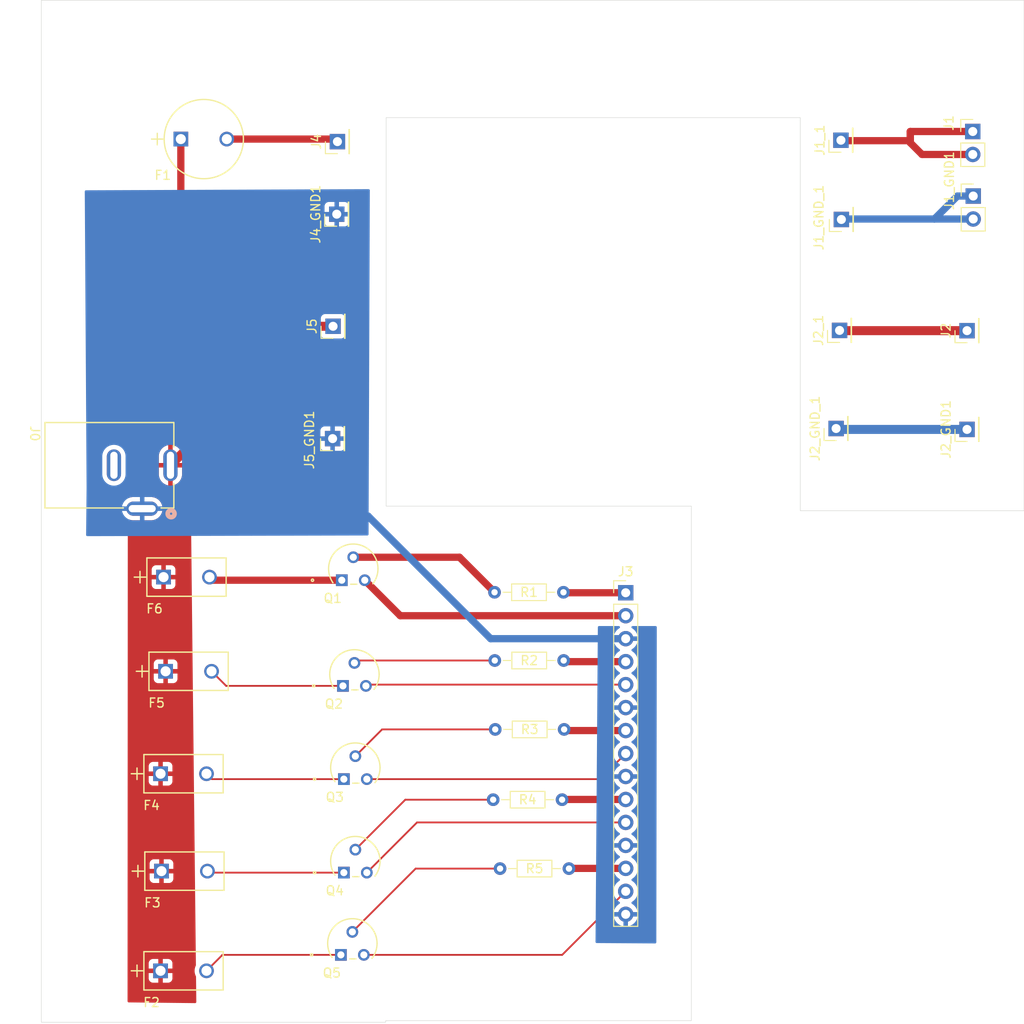
<source format=kicad_pcb>
(kicad_pcb (version 20241229) (generator "pcbnew") (generator_version "9.0")
  (layers (0 "F.Cu" signal) (2 "B.Cu" signal) (13 "F.Paste" user) (15 "B.Paste" user) (5 "F.SilkS" user "F.Silkscreen") (7 "B.SilkS" user "B.Silkscreen") (1 "F.Mask" user) (3 "B.Mask" user) (25 "Edge.Cuts" user))
  (net 0 "")
  (net 1 "+12V")
  (net 2 "Net-(J4-Pin_1)")
  (net 3 "Net-(Q5-C)")
  (net 4 "Net-(Q4-C)")
  (net 5 "Net-(Q3-C)")
  (net 6 "Net-(Q2-C)")
  (net 7 "Net-(Q1-C)")
  (net 8 "GND")
  (net 10 "Net-(J1-Pin_1)")
  (net 11 "Net-(J1_GND1-Pin_1)")
  (net 12 "Net-(J2-Pin_1)")
  (net 13 "Net-(J2_GND1-Pin_1)")
  (net 14 "Net-(J3-Pin_2)")
  (net 15 "Net-(J3-Pin_1)")
  (net 16 "Net-(J3-Pin_10)")
  (net 17 "Net-(J3-Pin_7)")
  (net 18 "Net-(J3-Pin_4)")
  (net 19 "Net-(J3-Pin_13)")
  (net 20 "Net-(J3-Pin_14)")
  (net 21 "Net-(J3-Pin_8)")
  (net 22 "Net-(J3-Pin_5)")
  (net 23 "Net-(J3-Pin_11)")
  (net 24 "Net-(Q1-B)")
  (net 25 "Net-(Q2-B)")
  (net 26 "Net-(Q3-B)")
  (net 27 "Net-(Q4-B)")
  (net 28 "Net-(Q5-B)")
  (footprint "Connector_PinHeader_2.54mm:PinHeader_1x01_P2.54mm_Vertical" (layer "F.Cu") (at 67.6656 79.0194 90)
    (property "Reference" "J5" (at 0 -2.33 90) (layer "F.SilkS"))
    (property "Value" "Conn_01x01_Pin")
    (fp_line (start -1.33 -1.33) (end 0 -1.33) (stroke (width 0.12)) (layer "F.SilkS"))
    (fp_line (start -1.33 0) (end -1.33 -1.33) (stroke (width 0.12)) (layer "F.SilkS"))
    (fp_line (start 1.33 1.27) (end 1.33 1.33) (stroke (width 0.12)) (layer "F.SilkS"))
    (fp_line (start -1.33 1.27) (end 1.33 1.27) (stroke (width 0.12)) (layer "F.SilkS"))
    (fp_line (start -1.33 1.27) (end -1.33 1.33) (stroke (width 0.12)) (layer "F.SilkS"))
    (fp_line (start -1.33 1.33) (end 1.33 1.33) (stroke (width 0.12)) (layer "F.SilkS"))
    (pad "1" thru_hole rect (at 0 0 90) (size 1.7 1.7) (drill 1) (layers "*.Cu" "*.Mask") (net 1 "+12V"))
  )
  (footprint "Imported Footprints:CONN3_54-00166_TEN" (layer "F.Cu") (at 49.684 94.3864 -90)
    (property "Reference" "J0" (at -3.5 15 270) (layer "F.SilkS"))
    (property "Value" "54-00166")
    (fp_line (start -4.7244 13.87699) (end -4.7244 -0.37701) (stroke (width 0.1524)) (layer "F.SilkS"))
    (fp_line (start 4.7244 13.87699) (end -4.7244 13.87699) (stroke (width 0.1524)) (layer "F.SilkS"))
    (fp_line (start 4.7244 5.207788) (end 4.7244 13.87699) (stroke (width 0.1524)) (layer "F.SilkS"))
    (fp_line (start -4.7244 -0.37701) (end -2.019988 -0.37701) (stroke (width 0.1524)) (layer "F.SilkS"))
    (fp_line (start 2.019988 -0.37701) (end 4.7244 -0.37701) (stroke (width 0.1524)) (layer "F.SilkS"))
    (fp_line (start 4.7244 -0.37701) (end 4.7244 1.042216) (stroke (width 0.1524)) (layer "F.SilkS"))
    (fp_circle (center 5.3594 -0.07301) (end 5.7404 -0.07301) (stroke (width 0.508)) (fill no) (layer "B.SilkS"))
    (pad "1" thru_hole oval (at 0 0 270) (size 3.5052 1.5748) (drill oval 3 0.8) (layers "*.Cu" "*.Mask") (net 1 "+12V"))
    (pad "2" thru_hole oval (at 0 6.25 270) (size 3.5052 1.5748) (drill oval 3 0.8) (layers "*.Cu" "*.Mask"))
    (pad "3" thru_hole oval (at 4.800001 3.125002 270) (size 1.5748 3.5052) (drill oval 0.8 3) (layers "*.Cu" "*.Mask") (net 8 "GND"))
  )
  (footprint "Imported Footprints:NPN_transistor" (layer "F.Cu") (at 68.8594 139.4333)
    (property "Reference" "Q4" (at -1 2 0) (layer "F.SilkS"))
    (property "Value" "NPN")
    (fp_line (start 0.98044 0.4445) (end 1.666111 0.4445) (stroke (width 0.1524)) (layer "F.SilkS"))
    (fp_arc (start -0.980441 0.276333) (mid 0.460432 -3.877725) (end 4.0005 -1.27) (stroke (width 0.1524)) (layer "F.SilkS"))
    (fp_arc (start 4.0005 -1.269998) (mid 3.856997 -0.396457) (end 3.441573 0.385265) (stroke (width 0.1524)) (layer "F.SilkS"))
    (fp_circle (center -3.2385 0) (end -3.1115 0) (stroke (width 0.1524)) (fill no) (layer "F.SilkS"))
    (pad "1" thru_hole rect (at 0 0) (size 1.2954 1.2954) (drill 0.7874) (layers "*.Cu" "*.Mask") (net 4 "Net-(Q4-C)"))
    (pad "2" thru_hole circle (at 1.27 -2.54) (size 1.2954 1.2954) (drill 0.7874) (layers "*.Cu" "*.Mask") (net 27 "Net-(Q4-B)"))
    (pad "3" thru_hole circle (at 2.54 0) (size 1.2954 1.2954) (drill 0.7874) (layers "*.Cu" "*.Mask") (net 23 "Net-(J3-Pin_11)"))
  )
  (footprint "Imported Footprints:FUS_LITTELFUSE_370_LTF_250mA" (layer "F.Cu") (at 50.83175 58.3184)
    (property "Reference" "F1" (at -2 4 0) (layer "F.SilkS"))
    (property "Value" "250mA Fuse")
    (fp_line (start -3.2385 0) (end -1.9685 0) (stroke (width 0.1524)) (layer "F.SilkS"))
    (fp_line (start -2.6035 -0.635) (end -2.6035 0.635) (stroke (width 0.1524)) (layer "F.SilkS"))
    (fp_circle (center 2.54 0) (end 6.9215 0) (stroke (width 0.1524)) (fill no) (layer "F.SilkS"))
    (pad "1" thru_hole rect (at 0 0) (size 1.6256 1.6256) (drill 1.1176) (layers "*.Cu" "*.Mask") (net 1 "+12V"))
    (pad "2" thru_hole circle (at 5.08 0) (size 1.6256 1.6256) (drill 1.1176) (layers "*.Cu" "*.Mask") (net 2 "Net-(J4-Pin_1)"))
  )
  (footprint "Imported Footprints:NPN_transistor" (layer "F.Cu") (at 68.7578 118.7831)
    (property "Reference" "Q2" (at -1 2 0) (layer "F.SilkS"))
    (property "Value" "NPN")
    (fp_line (start 0.98044 0.4445) (end 1.666111 0.4445) (stroke (width 0.1524)) (layer "F.SilkS"))
    (fp_arc (start -0.980441 0.276333) (mid 0.460432 -3.877725) (end 4.0005 -1.27) (stroke (width 0.1524)) (layer "F.SilkS"))
    (fp_arc (start 4.0005 -1.269998) (mid 3.856997 -0.396457) (end 3.441573 0.385265) (stroke (width 0.1524)) (layer "F.SilkS"))
    (fp_circle (center -3.2385 0) (end -3.1115 0) (stroke (width 0.1524)) (fill no) (layer "F.SilkS"))
    (pad "1" thru_hole rect (at 0 0) (size 1.2954 1.2954) (drill 0.7874) (layers "*.Cu" "*.Mask") (net 6 "Net-(Q2-C)"))
    (pad "2" thru_hole circle (at 1.27 -2.54) (size 1.2954 1.2954) (drill 0.7874) (layers "*.Cu" "*.Mask") (net 25 "Net-(Q2-B)"))
    (pad "3" thru_hole circle (at 2.54 0) (size 1.2954 1.2954) (drill 0.7874) (layers "*.Cu" "*.Mask") (net 22 "Net-(J3-Pin_5)"))
  )
  (footprint "Imported Footprints:FUS_LITTELFUSE_396_LTF_100mA" (layer "F.Cu") (at 48.5902 150.2918)
    (property "Reference" "F2" (at -1 3.5 0) (layer "F.SilkS"))
    (property "Value" "100mA Fuse")
    (fp_line (start -3.2385 0) (end -1.9685 0) (stroke (width 0.1524)) (layer "F.SilkS"))
    (fp_line (start -2.6035 -0.635) (end -2.6035 0.635) (stroke (width 0.1524)) (layer "F.SilkS"))
    (fp_line (start -1.8415 -2.1209) (end -1.8415 2.1209) (stroke (width 0.1524)) (layer "F.SilkS"))
    (fp_line (start 6.9215 -2.1209) (end -1.8415 -2.1209) (stroke (width 0.1524)) (layer "F.SilkS"))
    (fp_line (start 6.9215 -2.1209) (end 6.9215 2.1209) (stroke (width 0.1524)) (layer "F.SilkS"))
    (fp_line (start 6.9215 2.1209) (end -1.8415 2.1209) (stroke (width 0.1524)) (layer "F.SilkS"))
    (pad "1" thru_hole rect (at 0 0) (size 1.6256 1.6256) (drill 1.1176) (layers "*.Cu" "*.Mask") (net 1 "+12V"))
    (pad "2" thru_hole circle (at 5.08 0) (size 1.6256 1.6256) (drill 1.1176) (layers "*.Cu" "*.Mask") (net 3 "Net-(Q5-C)"))
  )
  (footprint "Imported Footprints:FUS_LITTELFUSE_396_LTF_100mA" (layer "F.Cu") (at 48.5902 128.4986)
    (property "Reference" "F4" (at -1 3.5 0) (layer "F.SilkS"))
    (property "Value" "100mA Fuse")
    (fp_line (start -3.2385 0) (end -1.9685 0) (stroke (width 0.1524)) (layer "F.SilkS"))
    (fp_line (start -2.6035 -0.635) (end -2.6035 0.635) (stroke (width 0.1524)) (layer "F.SilkS"))
    (fp_line (start -1.8415 -2.1209) (end -1.8415 2.1209) (stroke (width 0.1524)) (layer "F.SilkS"))
    (fp_line (start 6.9215 -2.1209) (end -1.8415 -2.1209) (stroke (width 0.1524)) (layer "F.SilkS"))
    (fp_line (start 6.9215 -2.1209) (end 6.9215 2.1209) (stroke (width 0.1524)) (layer "F.SilkS"))
    (fp_line (start 6.9215 2.1209) (end -1.8415 2.1209) (stroke (width 0.1524)) (layer "F.SilkS"))
    (pad "1" thru_hole rect (at 0 0) (size 1.6256 1.6256) (drill 1.1176) (layers "*.Cu" "*.Mask") (net 1 "+12V"))
    (pad "2" thru_hole circle (at 5.08 0) (size 1.6256 1.6256) (drill 1.1176) (layers "*.Cu" "*.Mask") (net 5 "Net-(Q3-C)"))
  )
  (footprint "Connector_PinHeader_2.54mm:PinHeader_1x01_P2.54mm_Vertical" (layer "F.Cu") (at 123.8758 67.2084 90)
    (property "Reference" "J1_GND_1" (at 0.2032 -2.4892 90) (layer "F.SilkS"))
    (property "Value" "Conn_01x01_Pin")
    (fp_line (start -1.33 -1.33) (end 0 -1.33) (stroke (width 0.12)) (layer "F.SilkS"))
    (fp_line (start -1.33 0) (end -1.33 -1.33) (stroke (width 0.12)) (layer "F.SilkS"))
    (fp_line (start 1.33 1.27) (end 1.33 1.33) (stroke (width 0.12)) (layer "F.SilkS"))
    (fp_line (start -1.33 1.27) (end 1.33 1.27) (stroke (width 0.12)) (layer "F.SilkS"))
    (fp_line (start -1.33 1.27) (end -1.33 1.33) (stroke (width 0.12)) (layer "F.SilkS"))
    (fp_line (start -1.33 1.33) (end 1.33 1.33) (stroke (width 0.12)) (layer "F.SilkS"))
    (pad "1" thru_hole rect (at 0 0 90) (size 1.7 1.7) (drill 1) (layers "*.Cu" "*.Mask") (net 11 "Net-(J1_GND1-Pin_1)"))
  )
  (footprint "Connector_PinHeader_2.54mm:PinHeader_1x15_P2.54mm_Vertical" (layer "F.Cu") (at 100.0252 108.4834)
    (property "Reference" "J3" (at 0 -2.33 0) (layer "F.SilkS"))
    (property "Value" "Conn_01x15_Pin")
    (fp_line (start -1.33 -1.33) (end 0 -1.33) (stroke (width 0.12)) (layer "F.SilkS"))
    (fp_line (start -1.33 0) (end -1.33 -1.33) (stroke (width 0.12)) (layer "F.SilkS"))
    (fp_line (start -1.33 1.27) (end -1.33 36.89) (stroke (width 0.12)) (layer "F.SilkS"))
    (fp_line (start -1.33 1.27) (end 1.33 1.27) (stroke (width 0.12)) (layer "F.SilkS"))
    (fp_line (start -1.33 36.89) (end 1.33 36.89) (stroke (width 0.12)) (layer "F.SilkS"))
    (fp_line (start 1.33 1.27) (end 1.33 36.89) (stroke (width 0.12)) (layer "F.SilkS"))
    (pad "1" thru_hole rect (at 0 0) (size 1.7 1.7) (drill 1) (layers "*.Cu" "*.Mask") (net 15 "Net-(J3-Pin_1)"))
    (pad "2" thru_hole oval (at 0 2.54) (size 1.7 1.7) (drill 1) (layers "*.Cu" "*.Mask") (net 14 "Net-(J3-Pin_2)"))
    (pad "3" thru_hole oval (at 0 5.08) (size 1.7 1.7) (drill 1) (layers "*.Cu" "*.Mask") (net 8 "GND"))
    (pad "4" thru_hole oval (at 0 7.62) (size 1.7 1.7) (drill 1) (layers "*.Cu" "*.Mask") (net 18 "Net-(J3-Pin_4)"))
    (pad "5" thru_hole oval (at 0 10.16) (size 1.7 1.7) (drill 1) (layers "*.Cu" "*.Mask") (net 22 "Net-(J3-Pin_5)"))
    (pad "6" thru_hole oval (at 0 12.7) (size 1.7 1.7) (drill 1) (layers "*.Cu" "*.Mask") (net 8 "GND"))
    (pad "7" thru_hole oval (at 0 15.24) (size 1.7 1.7) (drill 1) (layers "*.Cu" "*.Mask") (net 17 "Net-(J3-Pin_7)"))
    (pad "8" thru_hole oval (at 0 17.78) (size 1.7 1.7) (drill 1) (layers "*.Cu" "*.Mask") (net 21 "Net-(J3-Pin_8)"))
    (pad "9" thru_hole oval (at 0 20.32) (size 1.7 1.7) (drill 1) (layers "*.Cu" "*.Mask") (net 8 "GND"))
    (pad "10" thru_hole oval (at 0 22.86) (size 1.7 1.7) (drill 1) (layers "*.Cu" "*.Mask") (net 16 "Net-(J3-Pin_10)"))
    (pad "11" thru_hole oval (at 0 25.4) (size 1.7 1.7) (drill 1) (layers "*.Cu" "*.Mask") (net 23 "Net-(J3-Pin_11)"))
    (pad "12" thru_hole oval (at 0 27.94) (size 1.7 1.7) (drill 1) (layers "*.Cu" "*.Mask") (net 8 "GND"))
    (pad "13" thru_hole oval (at 0 30.48) (size 1.7 1.7) (drill 1) (layers "*.Cu" "*.Mask") (net 19 "Net-(J3-Pin_13)"))
    (pad "14" thru_hole oval (at 0 33.02) (size 1.7 1.7) (drill 1) (layers "*.Cu" "*.Mask") (net 20 "Net-(J3-Pin_14)"))
    (pad "15" thru_hole oval (at 0 35.56) (size 1.7 1.7) (drill 1) (layers "*.Cu" "*.Mask") (net 8 "GND"))
  )
  (footprint "Connector_PinHeader_2.54mm:PinHeader_1x02_P2.54mm_Vertical" (layer "F.Cu") (at 138.4046 57.4802)
    (property "Reference" "J1" (at -2.6416 -0.9398 90) (layer "F.SilkS"))
    (property "Value" "Conn_01x02_Pin")
    (fp_line (start -1.33 -1.33) (end 0 -1.33) (stroke (width 0.12)) (layer "F.SilkS"))
    (fp_line (start -1.33 0) (end -1.33 -1.33) (stroke (width 0.12)) (layer "F.SilkS"))
    (fp_line (start -1.33 1.27) (end -1.33 3.87) (stroke (width 0.12)) (layer "F.SilkS"))
    (fp_line (start -1.33 1.27) (end 1.33 1.27) (stroke (width 0.12)) (layer "F.SilkS"))
    (fp_line (start -1.33 3.87) (end 1.33 3.87) (stroke (width 0.12)) (layer "F.SilkS"))
    (fp_line (start 1.33 1.27) (end 1.33 3.87) (stroke (width 0.12)) (layer "F.SilkS"))
    (pad "1" thru_hole rect (at 0 0) (size 1.7 1.7) (drill 1) (layers "*.Cu" "*.Mask") (net 10 "Net-(J1-Pin_1)"))
    (pad "2" thru_hole oval (at 0 2.54) (size 1.7 1.7) (drill 1) (layers "*.Cu" "*.Mask") (net 10 "Net-(J1-Pin_1)"))
  )
  (footprint "Connector_PinHeader_2.54mm:PinHeader_1x01_P2.54mm_Vertical" (layer "F.Cu") (at 67.6148 91.44 90)
    (property "Reference" "J5_GND1" (at -0.1524 -2.5654 90) (layer "F.SilkS"))
    (property "Value" "Conn_01x01_Pin")
    (fp_line (start -1.33 -1.33) (end 0 -1.33) (stroke (width 0.12)) (layer "F.SilkS"))
    (fp_line (start -1.33 0) (end -1.33 -1.33) (stroke (width 0.12)) (layer "F.SilkS"))
    (fp_line (start 1.33 1.27) (end 1.33 1.33) (stroke (width 0.12)) (layer "F.SilkS"))
    (fp_line (start -1.33 1.27) (end 1.33 1.27) (stroke (width 0.12)) (layer "F.SilkS"))
    (fp_line (start -1.33 1.27) (end -1.33 1.33) (stroke (width 0.12)) (layer "F.SilkS"))
    (fp_line (start -1.33 1.33) (end 1.33 1.33) (stroke (width 0.12)) (layer "F.SilkS"))
    (pad "1" thru_hole rect (at 0 0 90) (size 1.7 1.7) (drill 1) (layers "*.Cu" "*.Mask") (net 8 "GND"))
  )
  (footprint "Connector_PinHeader_2.54mm:PinHeader_1x01_P2.54mm_Vertical" (layer "F.Cu") (at 137.7696 90.424 90)
    (property "Reference" "J2_GND1" (at 0 -2.33 90) (layer "F.SilkS"))
    (property "Value" "Conn_01x01_Pin")
    (fp_line (start -1.33 -1.33) (end 0 -1.33) (stroke (width 0.12)) (layer "F.SilkS"))
    (fp_line (start -1.33 0) (end -1.33 -1.33) (stroke (width 0.12)) (layer "F.SilkS"))
    (fp_line (start 1.33 1.27) (end 1.33 1.33) (stroke (width 0.12)) (layer "F.SilkS"))
    (fp_line (start -1.33 1.27) (end 1.33 1.27) (stroke (width 0.12)) (layer "F.SilkS"))
    (fp_line (start -1.33 1.27) (end -1.33 1.33) (stroke (width 0.12)) (layer "F.SilkS"))
    (fp_line (start -1.33 1.33) (end 1.33 1.33) (stroke (width 0.12)) (layer "F.SilkS"))
    (pad "1" thru_hole rect (at 0 0 90) (size 1.7 1.7) (drill 1) (layers "*.Cu" "*.Mask") (net 13 "Net-(J2_GND1-Pin_1)"))
  )
  (footprint "Imported Footprints:FUS_LITTELFUSE_396_LTF_100mA" (layer "F.Cu") (at 49.149 117.1702)
    (property "Reference" "F5" (at -1 3.5 0) (layer "F.SilkS"))
    (property "Value" "100mA Fuse")
    (fp_line (start -3.2385 0) (end -1.9685 0) (stroke (width 0.1524)) (layer "F.SilkS"))
    (fp_line (start -2.6035 -0.635) (end -2.6035 0.635) (stroke (width 0.1524)) (layer "F.SilkS"))
    (fp_line (start -1.8415 -2.1209) (end -1.8415 2.1209) (stroke (width 0.1524)) (layer "F.SilkS"))
    (fp_line (start 6.9215 -2.1209) (end -1.8415 -2.1209) (stroke (width 0.1524)) (layer "F.SilkS"))
    (fp_line (start 6.9215 -2.1209) (end 6.9215 2.1209) (stroke (width 0.1524)) (layer "F.SilkS"))
    (fp_line (start 6.9215 2.1209) (end -1.8415 2.1209) (stroke (width 0.1524)) (layer "F.SilkS"))
    (pad "1" thru_hole rect (at 0 0) (size 1.6256 1.6256) (drill 1.1176) (layers "*.Cu" "*.Mask") (net 1 "+12V"))
    (pad "2" thru_hole circle (at 5.08 0) (size 1.6256 1.6256) (drill 1.1176) (layers "*.Cu" "*.Mask") (net 6 "Net-(Q2-C)"))
  )
  (footprint "Imported Footprints:FUS_LITTELFUSE_396_LTF_100mA" (layer "F.Cu") (at 48.6918 139.2682)
    (property "Reference" "F3" (at -1 3.5 0) (layer "F.SilkS"))
    (property "Value" "100mA Fuse")
    (fp_line (start -3.2385 0) (end -1.9685 0) (stroke (width 0.1524)) (layer "F.SilkS"))
    (fp_line (start -2.6035 -0.635) (end -2.6035 0.635) (stroke (width 0.1524)) (layer "F.SilkS"))
    (fp_line (start -1.8415 -2.1209) (end -1.8415 2.1209) (stroke (width 0.1524)) (layer "F.SilkS"))
    (fp_line (start 6.9215 -2.1209) (end -1.8415 -2.1209) (stroke (width 0.1524)) (layer "F.SilkS"))
    (fp_line (start 6.9215 -2.1209) (end 6.9215 2.1209) (stroke (width 0.1524)) (layer "F.SilkS"))
    (fp_line (start 6.9215 2.1209) (end -1.8415 2.1209) (stroke (width 0.1524)) (layer "F.SilkS"))
    (pad "1" thru_hole rect (at 0 0) (size 1.6256 1.6256) (drill 1.1176) (layers "*.Cu" "*.Mask") (net 1 "+12V"))
    (pad "2" thru_hole circle (at 5.08 0) (size 1.6256 1.6256) (drill 1.1176) (layers "*.Cu" "*.Mask") (net 4 "Net-(Q4-C)"))
  )
  (footprint "Connector_PinHeader_2.54mm:PinHeader_1x01_P2.54mm_Vertical" (layer "F.Cu") (at 123.2916 90.3224 90)
    (property "Reference" "J2_GND_1" (at 0 -2.33 90) (layer "F.SilkS"))
    (property "Value" "Conn_01x01_Pin")
    (fp_line (start -1.33 -1.33) (end 0 -1.33) (stroke (width 0.12)) (layer "F.SilkS"))
    (fp_line (start -1.33 0) (end -1.33 -1.33) (stroke (width 0.12)) (layer "F.SilkS"))
    (fp_line (start 1.33 1.27) (end 1.33 1.33) (stroke (width 0.12)) (layer "F.SilkS"))
    (fp_line (start -1.33 1.27) (end 1.33 1.27) (stroke (width 0.12)) (layer "F.SilkS"))
    (fp_line (start -1.33 1.27) (end -1.33 1.33) (stroke (width 0.12)) (layer "F.SilkS"))
    (fp_line (start -1.33 1.33) (end 1.33 1.33) (stroke (width 0.12)) (layer "F.SilkS"))
    (pad "1" thru_hole rect (at 0 0 90) (size 1.7 1.7) (drill 1) (layers "*.Cu" "*.Mask") (net 13 "Net-(J2_GND1-Pin_1)"))
  )
  (footprint "Connector_PinHeader_2.54mm:PinHeader_1x01_P2.54mm_Vertical" (layer "F.Cu") (at 68.072 66.6242 90)
    (property "Reference" "J4_GND1" (at 0 -2.33 90) (layer "F.SilkS"))
    (property "Value" "Conn_01x01_Pin")
    (fp_line (start -1.33 -1.33) (end 0 -1.33) (stroke (width 0.12)) (layer "F.SilkS"))
    (fp_line (start -1.33 0) (end -1.33 -1.33) (stroke (width 0.12)) (layer "F.SilkS"))
    (fp_line (start 1.33 1.27) (end 1.33 1.33) (stroke (width 0.12)) (layer "F.SilkS"))
    (fp_line (start -1.33 1.27) (end 1.33 1.27) (stroke (width 0.12)) (layer "F.SilkS"))
    (fp_line (start -1.33 1.27) (end -1.33 1.33) (stroke (width 0.12)) (layer "F.SilkS"))
    (fp_line (start -1.33 1.33) (end 1.33 1.33) (stroke (width 0.12)) (layer "F.SilkS"))
    (pad "1" thru_hole rect (at 0 0 90) (size 1.7 1.7) (drill 1) (layers "*.Cu" "*.Mask") (net 8 "GND"))
  )
  (footprint "Resistor_THT:R_Axial_DIN0204_L3.6mm_D1.6mm_P7.62mm_Horizontal" (layer "F.Cu") (at 92.9894 131.3688 180)
    (property "Reference" "R4" (at 3.81 0 0) (layer "F.SilkS"))
    (property "Value" "330")
    (fp_line (start 6.68 0) (end 5.73 0) (stroke (width 0.12)) (layer "F.SilkS"))
    (fp_line (start 5.73 0.92) (end 5.73 -0.92) (stroke (width 0.12)) (layer "F.SilkS"))
    (fp_line (start 5.73 -0.92) (end 1.89 -0.92) (stroke (width 0.12)) (layer "F.SilkS"))
    (fp_line (start 1.89 0.92) (end 5.73 0.92) (stroke (width 0.12)) (layer "F.SilkS"))
    (fp_line (start 1.89 -0.92) (end 1.89 0.92) (stroke (width 0.12)) (layer "F.SilkS"))
    (fp_line (start 0.94 0) (end 1.89 0) (stroke (width 0.12)) (layer "F.SilkS"))
    (pad "1" thru_hole circle (at 0 0 180) (size 1.4 1.4) (drill 0.7) (layers "*.Cu" "*.Mask") (net 16 "Net-(J3-Pin_10)"))
    (pad "2" thru_hole oval (at 7.62 0 180) (size 1.4 1.4) (drill 0.7) (layers "*.Cu" "*.Mask") (net 27 "Net-(Q4-B)"))
  )
  (footprint "Resistor_THT:R_Axial_DIN0204_L3.6mm_D1.6mm_P7.62mm_Horizontal" (layer "F.Cu") (at 85.598 123.5964)
    (property "Reference" "R3" (at 3.81 0 0) (layer "F.SilkS"))
    (property "Value" "330")
    (fp_line (start 0.94 0) (end 1.89 0) (stroke (width 0.12)) (layer "F.SilkS"))
    (fp_line (start 1.89 -0.92) (end 1.89 0.92) (stroke (width 0.12)) (layer "F.SilkS"))
    (fp_line (start 1.89 0.92) (end 5.73 0.92) (stroke (width 0.12)) (layer "F.SilkS"))
    (fp_line (start 5.73 -0.92) (end 1.89 -0.92) (stroke (width 0.12)) (layer "F.SilkS"))
    (fp_line (start 5.73 0.92) (end 5.73 -0.92) (stroke (width 0.12)) (layer "F.SilkS"))
    (fp_line (start 6.68 0) (end 5.73 0) (stroke (width 0.12)) (layer "F.SilkS"))
    (pad "1" thru_hole circle (at 0 0) (size 1.4 1.4) (drill 0.7) (layers "*.Cu" "*.Mask") (net 26 "Net-(Q3-B)"))
    (pad "2" thru_hole oval (at 7.62 0) (size 1.4 1.4) (drill 0.7) (layers "*.Cu" "*.Mask") (net 17 "Net-(J3-Pin_7)"))
  )
  (footprint "Connector_PinHeader_2.54mm:PinHeader_1x01_P2.54mm_Vertical" (layer "F.Cu") (at 68.1482 58.5978 90)
    (property "Reference" "J4" (at 0 -2.33 90) (layer "F.SilkS"))
    (property "Value" "Conn_01x01_Pin")
    (fp_line (start -1.33 -1.33) (end 0 -1.33) (stroke (width 0.12)) (layer "F.SilkS"))
    (fp_line (start -1.33 0) (end -1.33 -1.33) (stroke (width 0.12)) (layer "F.SilkS"))
    (fp_line (start 1.33 1.27) (end 1.33 1.33) (stroke (width 0.12)) (layer "F.SilkS"))
    (fp_line (start -1.33 1.27) (end 1.33 1.27) (stroke (width 0.12)) (layer "F.SilkS"))
    (fp_line (start -1.33 1.27) (end -1.33 1.33) (stroke (width 0.12)) (layer "F.SilkS"))
    (fp_line (start -1.33 1.33) (end 1.33 1.33) (stroke (width 0.12)) (layer "F.SilkS"))
    (pad "1" thru_hole rect (at 0 0 90) (size 1.7 1.7) (drill 1) (layers "*.Cu" "*.Mask") (net 2 "Net-(J4-Pin_1)"))
  )
  (footprint "Resistor_THT:R_Axial_DIN0204_L3.6mm_D1.6mm_P7.62mm_Horizontal" (layer "F.Cu") (at 85.5472 115.9764)
    (property "Reference" "R2" (at 3.81 0 0) (layer "F.SilkS"))
    (property "Value" "330")
    (fp_line (start 0.94 0) (end 1.89 0) (stroke (width 0.12)) (layer "F.SilkS"))
    (fp_line (start 1.89 -0.92) (end 1.89 0.92) (stroke (width 0.12)) (layer "F.SilkS"))
    (fp_line (start 1.89 0.92) (end 5.73 0.92) (stroke (width 0.12)) (layer "F.SilkS"))
    (fp_line (start 5.73 -0.92) (end 1.89 -0.92) (stroke (width 0.12)) (layer "F.SilkS"))
    (fp_line (start 5.73 0.92) (end 5.73 -0.92) (stroke (width 0.12)) (layer "F.SilkS"))
    (fp_line (start 6.68 0) (end 5.73 0) (stroke (width 0.12)) (layer "F.SilkS"))
    (pad "1" thru_hole circle (at 0 0) (size 1.4 1.4) (drill 0.7) (layers "*.Cu" "*.Mask") (net 25 "Net-(Q2-B)"))
    (pad "2" thru_hole oval (at 7.62 0) (size 1.4 1.4) (drill 0.7) (layers "*.Cu" "*.Mask") (net 18 "Net-(J3-Pin_4)"))
  )
  (footprint "Imported Footprints:NPN_transistor" (layer "F.Cu") (at 68.8594 129.0955)
    (property "Reference" "Q3" (at -1 2 0) (layer "F.SilkS"))
    (property "Value" "NPN")
    (fp_line (start 0.98044 0.4445) (end 1.666111 0.4445) (stroke (width 0.1524)) (layer "F.SilkS"))
    (fp_arc (start -0.980441 0.276333) (mid 0.460432 -3.877725) (end 4.0005 -1.27) (stroke (width 0.1524)) (layer "F.SilkS"))
    (fp_arc (start 4.0005 -1.269998) (mid 3.856997 -0.396457) (end 3.441573 0.385265) (stroke (width 0.1524)) (layer "F.SilkS"))
    (fp_circle (center -3.2385 0) (end -3.1115 0) (stroke (width 0.1524)) (fill no) (layer "F.SilkS"))
    (pad "1" thru_hole rect (at 0 0) (size 1.2954 1.2954) (drill 0.7874) (layers "*.Cu" "*.Mask") (net 5 "Net-(Q3-C)"))
    (pad "2" thru_hole circle (at 1.27 -2.54) (size 1.2954 1.2954) (drill 0.7874) (layers "*.Cu" "*.Mask") (net 26 "Net-(Q3-B)"))
    (pad "3" thru_hole circle (at 2.54 0) (size 1.2954 1.2954) (drill 0.7874) (layers "*.Cu" "*.Mask") (net 21 "Net-(J3-Pin_8)"))
  )
  (footprint "Connector_PinHeader_2.54mm:PinHeader_1x01_P2.54mm_Vertical" (layer "F.Cu") (at 123.825 58.4454 90)
    (property "Reference" "J1_1" (at 0 -2.33 90) (layer "F.SilkS"))
    (property "Value" "Conn_01x01_Pin")
    (fp_line (start -1.33 -1.33) (end 0 -1.33) (stroke (width 0.12)) (layer "F.SilkS"))
    (fp_line (start -1.33 0) (end -1.33 -1.33) (stroke (width 0.12)) (layer "F.SilkS"))
    (fp_line (start 1.33 1.27) (end 1.33 1.33) (stroke (width 0.12)) (layer "F.SilkS"))
    (fp_line (start -1.33 1.27) (end 1.33 1.27) (stroke (width 0.12)) (layer "F.SilkS"))
    (fp_line (start -1.33 1.27) (end -1.33 1.33) (stroke (width 0.12)) (layer "F.SilkS"))
    (fp_line (start -1.33 1.33) (end 1.33 1.33) (stroke (width 0.12)) (layer "F.SilkS"))
    (pad "1" thru_hole rect (at 0 0 90) (size 1.7 1.7) (drill 1) (layers "*.Cu" "*.Mask") (net 10 "Net-(J1-Pin_1)"))
  )
  (footprint "Connector_PinHeader_2.54mm:PinHeader_1x01_P2.54mm_Vertical" (layer "F.Cu") (at 137.7696 79.502 90)
    (property "Reference" "J2" (at 0 -2.33 90) (layer "F.SilkS"))
    (property "Value" "Conn_01x01_Pin")
    (fp_line (start -1.33 -1.33) (end 0 -1.33) (stroke (width 0.12)) (layer "F.SilkS"))
    (fp_line (start -1.33 0) (end -1.33 -1.33) (stroke (width 0.12)) (layer "F.SilkS"))
    (fp_line (start 1.33 1.27) (end 1.33 1.33) (stroke (width 0.12)) (layer "F.SilkS"))
    (fp_line (start -1.33 1.27) (end 1.33 1.27) (stroke (width 0.12)) (layer "F.SilkS"))
    (fp_line (start -1.33 1.27) (end -1.33 1.33) (stroke (width 0.12)) (layer "F.SilkS"))
    (fp_line (start -1.33 1.33) (end 1.33 1.33) (stroke (width 0.12)) (layer "F.SilkS"))
    (pad "1" thru_hole rect (at 0 0 90) (size 1.7 1.7) (drill 1) (layers "*.Cu" "*.Mask") (net 12 "Net-(J2-Pin_1)"))
  )
  (footprint "Resistor_THT:R_Axial_DIN0204_L3.6mm_D1.6mm_P7.62mm_Horizontal" (layer "F.Cu") (at 86.1314 138.9888)
    (property "Reference" "R5" (at 3.81 0 0) (layer "F.SilkS"))
    (property "Value" "330")
    (fp_line (start 0.94 0) (end 1.89 0) (stroke (width 0.12)) (layer "F.SilkS"))
    (fp_line (start 1.89 -0.92) (end 1.89 0.92) (stroke (width 0.12)) (layer "F.SilkS"))
    (fp_line (start 1.89 0.92) (end 5.73 0.92) (stroke (width 0.12)) (layer "F.SilkS"))
    (fp_line (start 5.73 -0.92) (end 1.89 -0.92) (stroke (width 0.12)) (layer "F.SilkS"))
    (fp_line (start 5.73 0.92) (end 5.73 -0.92) (stroke (width 0.12)) (layer "F.SilkS"))
    (fp_line (start 6.68 0) (end 5.73 0) (stroke (width 0.12)) (layer "F.SilkS"))
    (pad "1" thru_hole circle (at 0 0) (size 1.4 1.4) (drill 0.7) (layers "*.Cu" "*.Mask") (net 28 "Net-(Q5-B)"))
    (pad "2" thru_hole oval (at 7.62 0) (size 1.4 1.4) (drill 0.7) (layers "*.Cu" "*.Mask") (net 19 "Net-(J3-Pin_13)"))
  )
  (footprint "Connector_PinHeader_2.54mm:PinHeader_1x02_P2.54mm_Vertical" (layer "F.Cu") (at 138.4554 64.6176)
    (property "Reference" "J1_GND1" (at -2.6416 -1.6968 90) (layer "F.SilkS"))
    (property "Value" "Conn_01x02_Pin")
    (fp_line (start -1.33 -1.33) (end 0 -1.33) (stroke (width 0.12)) (layer "F.SilkS"))
    (fp_line (start -1.33 0) (end -1.33 -1.33) (stroke (width 0.12)) (layer "F.SilkS"))
    (fp_line (start -1.33 1.27) (end -1.33 3.87) (stroke (width 0.12)) (layer "F.SilkS"))
    (fp_line (start -1.33 1.27) (end 1.33 1.27) (stroke (width 0.12)) (layer "F.SilkS"))
    (fp_line (start -1.33 3.87) (end 1.33 3.87) (stroke (width 0.12)) (layer "F.SilkS"))
    (fp_line (start 1.33 1.27) (end 1.33 3.87) (stroke (width 0.12)) (layer "F.SilkS"))
    (pad "1" thru_hole rect (at 0 0) (size 1.7 1.7) (drill 1) (layers "*.Cu" "*.Mask") (net 11 "Net-(J1_GND1-Pin_1)"))
    (pad "2" thru_hole oval (at 0 2.54) (size 1.7 1.7) (drill 1) (layers "*.Cu" "*.Mask") (net 11 "Net-(J1_GND1-Pin_1)"))
  )
  (footprint "Imported Footprints:NPN_transistor" (layer "F.Cu") (at 68.5292 148.5265)
    (property "Reference" "Q5" (at -1 2 0) (layer "F.SilkS"))
    (property "Value" "NPN")
    (fp_line (start 0.98044 0.4445) (end 1.666111 0.4445) (stroke (width 0.1524)) (layer "F.SilkS"))
    (fp_arc (start -0.980441 0.276333) (mid 0.460432 -3.877725) (end 4.0005 -1.27) (stroke (width 0.1524)) (layer "F.SilkS"))
    (fp_arc (start 4.0005 -1.269998) (mid 3.856997 -0.396457) (end 3.441573 0.385265) (stroke (width 0.1524)) (layer "F.SilkS"))
    (fp_circle (center -3.2385 0) (end -3.1115 0) (stroke (width 0.1524)) (fill no) (layer "F.SilkS"))
    (pad "1" thru_hole rect (at 0 0) (size 1.2954 1.2954) (drill 0.7874) (layers "*.Cu" "*.Mask") (net 3 "Net-(Q5-C)"))
    (pad "2" thru_hole circle (at 1.27 -2.54) (size 1.2954 1.2954) (drill 0.7874) (layers "*.Cu" "*.Mask") (net 28 "Net-(Q5-B)"))
    (pad "3" thru_hole circle (at 2.54 0) (size 1.2954 1.2954) (drill 0.7874) (layers "*.Cu" "*.Mask") (net 20 "Net-(J3-Pin_14)"))
  )
  (footprint "Resistor_THT:R_Axial_DIN0204_L3.6mm_D1.6mm_P7.62mm_Horizontal" (layer "F.Cu") (at 85.5218 108.4326)
    (property "Reference" "R1" (at 3.81 0 0) (layer "F.SilkS"))
    (property "Value" "330")
    (fp_line (start 0.94 0) (end 1.89 0) (stroke (width 0.12)) (layer "F.SilkS"))
    (fp_line (start 1.89 -0.92) (end 1.89 0.92) (stroke (width 0.12)) (layer "F.SilkS"))
    (fp_line (start 1.89 0.92) (end 5.73 0.92) (stroke (width 0.12)) (layer "F.SilkS"))
    (fp_line (start 5.73 -0.92) (end 1.89 -0.92) (stroke (width 0.12)) (layer "F.SilkS"))
    (fp_line (start 5.73 0.92) (end 5.73 -0.92) (stroke (width 0.12)) (layer "F.SilkS"))
    (fp_line (start 6.68 0) (end 5.73 0) (stroke (width 0.12)) (layer "F.SilkS"))
    (pad "1" thru_hole circle (at 0 0) (size 1.4 1.4) (drill 0.7) (layers "*.Cu" "*.Mask") (net 24 "Net-(Q1-B)"))
    (pad "2" thru_hole oval (at 7.62 0) (size 1.4 1.4) (drill 0.7) (layers "*.Cu" "*.Mask") (net 15 "Net-(J3-Pin_1)"))
  )
  (footprint "Imported Footprints:NPN_transistor" (layer "F.Cu") (at 68.6308 107.0991)
    (property "Reference" "Q1" (at -1 2 0) (layer "F.SilkS"))
    (property "Value" "NPN")
    (fp_line (start 0.98044 0.4445) (end 1.666111 0.4445) (stroke (width 0.1524)) (layer "F.SilkS"))
    (fp_arc (start -0.980441 0.276333) (mid 0.460432 -3.877725) (end 4.0005 -1.27) (stroke (width 0.1524)) (layer "F.SilkS"))
    (fp_arc (start 4.0005 -1.269998) (mid 3.856997 -0.396457) (end 3.441573 0.385265) (stroke (width 0.1524)) (layer "F.SilkS"))
    (fp_circle (center -3.2385 0) (end -3.1115 0) (stroke (width 0.1524)) (fill no) (layer "F.SilkS"))
    (pad "1" thru_hole rect (at 0 0) (size 1.2954 1.2954) (drill 0.7874) (layers "*.Cu" "*.Mask") (net 7 "Net-(Q1-C)"))
    (pad "2" thru_hole circle (at 1.27 -2.54) (size 1.2954 1.2954) (drill 0.7874) (layers "*.Cu" "*.Mask") (net 24 "Net-(Q1-B)"))
    (pad "3" thru_hole circle (at 2.54 0) (size 1.2954 1.2954) (drill 0.7874) (layers "*.Cu" "*.Mask") (net 14 "Net-(J3-Pin_2)"))
  )
  (footprint "Imported Footprints:FUS_LITTELFUSE_396_LTF_100mA" (layer "F.Cu") (at 48.9204 106.7562)
    (property "Reference" "F6" (at -1 3.5 0) (layer "F.SilkS"))
    (property "Value" "100mA Fuse")
    (fp_line (start -3.2385 0) (end -1.9685 0) (stroke (width 0.1524)) (layer "F.SilkS"))
    (fp_line (start -2.6035 -0.635) (end -2.6035 0.635) (stroke (width 0.1524)) (layer "F.SilkS"))
    (fp_line (start -1.8415 -2.1209) (end -1.8415 2.1209) (stroke (width 0.1524)) (layer "F.SilkS"))
    (fp_line (start 6.9215 -2.1209) (end -1.8415 -2.1209) (stroke (width 0.1524)) (layer "F.SilkS"))
    (fp_line (start 6.9215 -2.1209) (end 6.9215 2.1209) (stroke (width 0.1524)) (layer "F.SilkS"))
    (fp_line (start 6.9215 2.1209) (end -1.8415 2.1209) (stroke (width 0.1524)) (layer "F.SilkS"))
    (pad "1" thru_hole rect (at 0 0) (size 1.6256 1.6256) (drill 1.1176) (layers "*.Cu" "*.Mask") (net 1 "+12V"))
    (pad "2" thru_hole circle (at 5.08 0) (size 1.6256 1.6256) (drill 1.1176) (layers "*.Cu" "*.Mask") (net 7 "Net-(Q1-C)"))
  )
  (footprint "Connector_PinHeader_2.54mm:PinHeader_1x01_P2.54mm_Vertical" (layer "F.Cu") (at 123.6726 79.4766 90)
    (property "Reference" "J2_1" (at 0 -2.33 90) (layer "F.SilkS"))
    (property "Value" "Conn_01x01_Pin")
    (fp_line (start -1.33 -1.33) (end 0 -1.33) (stroke (width 0.12)) (layer "F.SilkS"))
    (fp_line (start -1.33 0) (end -1.33 -1.33) (stroke (width 0.12)) (layer "F.SilkS"))
    (fp_line (start 1.33 1.27) (end 1.33 1.33) (stroke (width 0.12)) (layer "F.SilkS"))
    (fp_line (start -1.33 1.27) (end 1.33 1.27) (stroke (width 0.12)) (layer "F.SilkS"))
    (fp_line (start -1.33 1.27) (end -1.33 1.33) (stroke (width 0.12)) (layer "F.SilkS"))
    (fp_line (start -1.33 1.33) (end 1.33 1.33) (stroke (width 0.12)) (layer "F.SilkS"))
    (pad "1" thru_hole rect (at 0 0 90) (size 1.7 1.7) (drill 1) (layers "*.Cu" "*.Mask") (net 12 "Net-(J2-Pin_1)"))
  )
  (gr_poly (pts (xy 132.4356 42.9768) (xy 144.0688 42.9768) (xy 144.0688 99.4156) (xy 119.3292 99.4156) (xy 119.3292 55.9435) (xy 73.533 55.9435) (xy 73.533 98.9076) (xy 107.2896 98.9076) (xy 107.2896 155.8036) (xy 73.4822 155.8036) (xy 73.4822 155.9814) (xy 35.4076 155.9814) (xy 35.4076 91.6432) (xy 35.4076 50.2158) (xy 35.4076 42.9641) (xy 132.4356 42.9641)) (stroke (width 0.05)) (fill no) (layer "Edge.Cuts"))
  (segment (start 50.83175 58.3184) (end 50.83175 78.46695) (width 0.8) (layer "F.Cu") (net 1))
  (segment (start 50.83175 78.46695) (end 58.2176 85.8528) (width 0.8) (layer "F.Cu") (net 1))
  (segment (start 67.6656 79.0194) (end 65.051 79.0194) (width 1) (layer "F.Cu") (net 1))
  (segment (start 65.051 79.0194) (end 58.2176 85.8528) (width 1) (layer "F.Cu") (net 1))
  (segment (start 58.2176 85.8528) (end 53.1122 90.9582) (width 1) (layer "F.Cu") (net 1))
  (segment (start 53.1122 90.9582) (end 49.684 94.3864) (width 1) (layer "F.Cu") (net 1))
  (segment (start 55.91175 58.3184) (end 67.8688 58.3184) (width 0.8) (layer "F.Cu") (net 2))
  (segment (start 67.8688 58.3184) (end 68.1482 58.5978) (width 0.2) (layer "F.Cu") (net 2))
  (segment (start 68.5292 148.5265) (end 55.4355 148.5265) (width 0.2) (layer "F.Cu") (net 3))
  (segment (start 55.4355 148.5265) (end 53.6702 150.2918) (width 0.2) (layer "F.Cu") (net 3))
  (segment (start 53.9369 139.4333) (end 53.7718 139.2682) (width 0.2) (layer "F.Cu") (net 4))
  (segment (start 68.8594 139.4333) (end 53.9369 139.4333) (width 0.2) (layer "F.Cu") (net 4))
  (segment (start 54.2671 129.0955) (end 53.6702 128.4986) (width 0.2) (layer "F.Cu") (net 5))
  (segment (start 68.8594 129.0955) (end 54.2671 129.0955) (width 0.2) (layer "F.Cu") (net 5))
  (segment (start 55.8419 118.7831) (end 54.229 117.1702) (width 0.2) (layer "F.Cu") (net 6))
  (segment (start 68.7578 118.7831) (end 55.8419 118.7831) (width 0.2) (layer "F.Cu") (net 6))
  (segment (start 68.6308 107.0991) (end 54.3433 107.0991) (width 0.8) (layer "F.Cu") (net 7))
  (segment (start 54.3433 107.0991) (end 54.0004 106.7562) (width 0.2) (layer "F.Cu") (net 7))
  (segment (start 60.969399 98.085401) (end 59.868399 99.186401) (width 1) (layer "B.Cu") (net 8))
  (segment (start 83.0707 111.5441) (end 71.5352 100.0086) (width 0.8) (layer "B.Cu") (net 8))
  (segment (start 100.0252 113.5634) (end 85.09 113.5634) (width 0.8) (layer "B.Cu") (net 8))
  (segment (start 62.892598 100.0086) (end 60.969399 98.085401) (width 0.2) (layer "B.Cu") (net 8))
  (segment (start 71.5352 100.0086) (end 62.892598 100.0086) (width 0.8) (layer "B.Cu") (net 8))
  (segment (start 85.09 113.5634) (end 83.0707 111.5441) (width 0.8) (layer "B.Cu") (net 8))
  (segment (start 131.4958 57.4802) (end 131.4958 58.4962) (width 0.8) (layer "F.Cu") (net 10))
  (segment (start 131.4958 58.7248) (end 131.4958 57.4802) (width 0.8) (layer "F.Cu") (net 10))
  (segment (start 138.4046 60.0202) (end 132.7912 60.0202) (width 0.8) (layer "F.Cu") (net 10))
  (segment (start 123.8758 58.4962) (end 123.825 58.4454) (width 0.8) (layer "F.Cu") (net 10))
  (segment (start 131.4958 58.4962) (end 123.8758 58.4962) (width 0.8) (layer "F.Cu") (net 10))
  (segment (start 138.4046 57.4802) (end 131.4958 57.4802) (width 0.8) (layer "F.Cu") (net 10))
  (segment (start 132.7912 60.0202) (end 131.4958 58.7248) (width 0.8) (layer "F.Cu") (net 10))
  (segment (start 136.7028 64.6176) (end 134.1628 67.1576) (width 0.8) (layer "B.Cu") (net 11))
  (segment (start 123.9266 67.1576) (end 123.8758 67.2084) (width 0.8) (layer "B.Cu") (net 11))
  (segment (start 138.4554 64.6176) (end 136.7028 64.6176) (width 0.8) (layer "B.Cu") (net 11))
  (segment (start 138.4554 67.1576) (end 134.1628 67.1576) (width 0.8) (layer "B.Cu") (net 11))
  (segment (start 134.1628 67.1576) (end 123.9266 67.1576) (width 0.8) (layer "B.Cu") (net 11))
  (segment (start 137.7696 79.502) (end 123.7234 79.502) (width 1) (layer "F.Cu") (net 12))
  (segment (start 123.7234 79.502) (end 123.6726 79.4512) (width 0.2) (layer "F.Cu") (net 12))
  (segment (start 137.7696 90.424) (end 123.3932 90.424) (width 1) (layer "B.Cu") (net 13))
  (segment (start 123.3932 90.424) (end 123.2916 90.3224) (width 0.2) (layer "B.Cu") (net 13))
  (segment (start 75.0951 111.0234) (end 100.0252 111.0234) (width 0.8) (layer "F.Cu") (net 14))
  (segment (start 71.1708 107.0991) (end 75.0951 111.0234) (width 0.8) (layer "F.Cu") (net 14))
  (segment (start 93.1926 108.4834) (end 93.1418 108.4326) (width 0.2) (layer "F.Cu") (net 15))
  (segment (start 100.0252 108.4834) (end 93.1926 108.4834) (width 0.8) (layer "F.Cu") (net 15))
  (segment (start 93.6752 131.3434) (end 93.091 130.7592) (width 0.2) (layer "F.Cu") (net 16))
  (segment (start 100.0252 131.3434) (end 93.6752 131.3434) (width 0.8) (layer "F.Cu") (net 16))
  (segment (start 100.0252 123.7234) (end 93.345 123.7234) (width 0.8) (layer "F.Cu") (net 17))
  (segment (start 93.345 123.7234) (end 93.218 123.5964) (width 0.2) (layer "F.Cu") (net 17))
  (segment (start 100.0252 116.1034) (end 93.2942 116.1034) (width 0.8) (layer "F.Cu") (net 18))
  (segment (start 93.2942 116.1034) (end 93.1672 115.9764) (width 0.2) (layer "F.Cu") (net 18))
  (segment (start 93.7768 138.9634) (end 93.7514 138.9888) (width 0.2) (layer "F.Cu") (net 19))
  (segment (start 100.0252 138.9634) (end 93.7768 138.9634) (width 0.8) (layer "F.Cu") (net 19))
  (segment (start 93.0021 148.5265) (end 71.0692 148.5265) (width 0.2) (layer "F.Cu") (net 20))
  (segment (start 100.0252 141.5034) (end 93.0021 148.5265) (width 0.2) (layer "F.Cu") (net 20))
  (segment (start 97.1931 129.0955) (end 71.3994 129.0955) (width 0.2) (layer "F.Cu") (net 21))
  (segment (start 100.0252 126.2634) (end 97.1931 129.0955) (width 0.2) (layer "F.Cu") (net 21))
  (segment (start 100.0252 118.6434) (end 71.4375 118.6434) (width 0.2) (layer "F.Cu") (net 22))
  (segment (start 71.4375 118.6434) (end 71.2978 118.7831) (width 0.2) (layer "F.Cu") (net 22))
  (segment (start 76.9493 133.8834) (end 71.3994 139.4333) (width 0.2) (layer "F.Cu") (net 23))
  (segment (start 100.0252 133.8834) (end 76.9493 133.8834) (width 0.2) (layer "F.Cu") (net 23))
  (segment (start 69.9008 104.5591) (end 81.6483 104.5591) (width 0.8) (layer "F.Cu") (net 24))
  (segment (start 81.6483 104.5591) (end 85.5218 108.4326) (width 0.8) (layer "F.Cu") (net 24))
  (segment (start 70.2945 115.9764) (end 70.0278 116.2431) (width 0.2) (layer "F.Cu") (net 25))
  (segment (start 85.5472 115.9764) (end 70.2945 115.9764) (width 0.2) (layer "F.Cu") (net 25))
  (segment (start 73.0885 123.5964) (end 70.1294 126.5555) (width 0.2) (layer "F.Cu") (net 26))
  (segment (start 85.598 123.5964) (end 73.0885 123.5964) (width 0.2) (layer "F.Cu") (net 26))
  (segment (start 85.3694 131.3688) (end 75.6539 131.3688) (width 0.2) (layer "F.Cu") (net 27))
  (segment (start 75.6539 131.3688) (end 70.1294 136.8933) (width 0.2) (layer "F.Cu") (net 27))
  (segment (start 86.1314 138.9888) (end 76.7969 138.9888) (width 0.2) (layer "F.Cu") (net 28))
  (segment (start 76.7969 138.9888) (end 69.7992 145.9865) (width 0.2) (layer "F.Cu") (net 28))
  (zone (net 1) (net_name "+12V") (layer "F.Cu") (priority 1) (connect_pads (clearance 0.5)) (min_thickness 0.25) (fill yes (thermal_gap 0.5) (thermal_bridge_width 0.5))
    (polygon (pts (xy 44.972795 90.83008) (xy 51.853415 90.822789) (xy 52.545163 153.866277) (xy 44.941194 153.781664)))
  )
  (zone (net 8) (net_name "GND") (layer "B.Cu") (connect_pads (clearance 0.5)) (min_thickness 0.25) (fill yes (thermal_gap 0.5) (thermal_bridge_width 0.5) (island_removal_mode 1) (island_area_min 10))
    (polygon (pts (xy 40.209251 63.982595) (xy 71.7296 63.8556) (xy 71.589046 102.150968) (xy 40.356818 102.226348) (xy 40.412056 96.837042)))
  )
  (zone (net 8) (net_name "GND") (layer "B.Cu") (priority 2) (connect_pads (clearance 0.5)) (min_thickness 0.25) (fill yes (thermal_gap 0.5) (thermal_bridge_width 0.5))
    (polygon (pts (xy 96.946756 112.1664) (xy 103.462779 112.1664) (xy 103.41124 147.264186) (xy 96.689001 147.220957)))
  )
)
</source>
